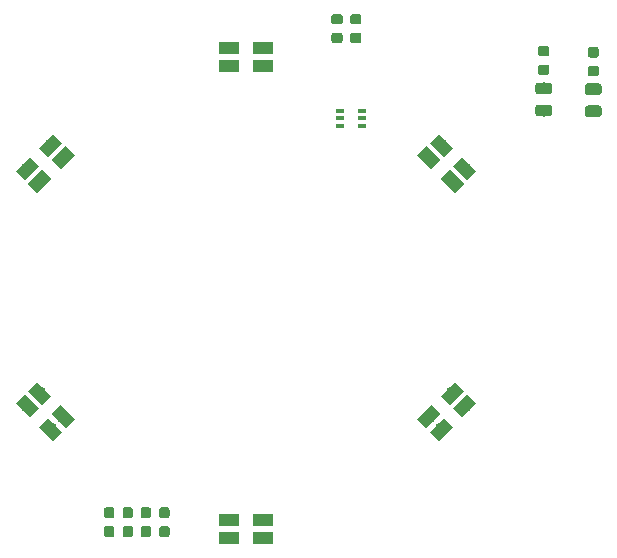
<source format=gtp>
G04 #@! TF.GenerationSoftware,KiCad,Pcbnew,(5.1.0)-1*
G04 #@! TF.CreationDate,2019-03-23T08:59:44+11:00*
G04 #@! TF.ProjectId,VeinCamHat,5665696e-4361-46d4-9861-742e6b696361,rev?*
G04 #@! TF.SameCoordinates,Original*
G04 #@! TF.FileFunction,Paste,Top*
G04 #@! TF.FilePolarity,Positive*
%FSLAX46Y46*%
G04 Gerber Fmt 4.6, Leading zero omitted, Abs format (unit mm)*
G04 Created by KiCad (PCBNEW (5.1.0)-1) date 2019-03-23 08:59:44*
%MOMM*%
%LPD*%
G04 APERTURE LIST*
%ADD10C,1.100000*%
%ADD11C,0.150000*%
%ADD12R,1.700000X1.100000*%
%ADD13R,0.650000X0.400000*%
%ADD14C,0.875000*%
%ADD15C,0.975000*%
G04 APERTURE END LIST*
D10*
X203479720Y-134540381D03*
D11*
G36*
X203691852Y-135530330D02*
G01*
X202489771Y-134328249D01*
X203267588Y-133550432D01*
X204469669Y-134752513D01*
X203691852Y-135530330D01*
X203691852Y-135530330D01*
G37*
D10*
X205459619Y-136520280D03*
D11*
G36*
X205671751Y-137510229D02*
G01*
X204469670Y-136308148D01*
X205247487Y-135530331D01*
X206449568Y-136732412D01*
X205671751Y-137510229D01*
X205671751Y-137510229D01*
G37*
D10*
X204540381Y-133479720D03*
D11*
G36*
X204752513Y-134469669D02*
G01*
X203550432Y-133267588D01*
X204328249Y-132489771D01*
X205530330Y-133691852D01*
X204752513Y-134469669D01*
X204752513Y-134469669D01*
G37*
D10*
X206520280Y-135459619D03*
D11*
G36*
X206732412Y-136449568D02*
G01*
X205530331Y-135247487D01*
X206308148Y-134469670D01*
X207510229Y-135671751D01*
X206732412Y-136449568D01*
X206732412Y-136449568D01*
G37*
D12*
X223400000Y-144249999D03*
X220600000Y-144249999D03*
X223400000Y-145750001D03*
X220600000Y-145750001D03*
D10*
X205459619Y-112479720D03*
D11*
G36*
X206449568Y-112267588D02*
G01*
X205247487Y-113469669D01*
X204469670Y-112691852D01*
X205671751Y-111489771D01*
X206449568Y-112267588D01*
X206449568Y-112267588D01*
G37*
D10*
X203479720Y-114459619D03*
D11*
G36*
X204469669Y-114247487D02*
G01*
X203267588Y-115449568D01*
X202489771Y-114671751D01*
X203691852Y-113469670D01*
X204469669Y-114247487D01*
X204469669Y-114247487D01*
G37*
D10*
X206520280Y-113540381D03*
D11*
G36*
X207510229Y-113328249D02*
G01*
X206308148Y-114530330D01*
X205530331Y-113752513D01*
X206732412Y-112550432D01*
X207510229Y-113328249D01*
X207510229Y-113328249D01*
G37*
D10*
X204540381Y-115520280D03*
D11*
G36*
X205530330Y-115308148D02*
G01*
X204328249Y-116510229D01*
X203550432Y-115732412D01*
X204752513Y-114530331D01*
X205530330Y-115308148D01*
X205530330Y-115308148D01*
G37*
D10*
X238540381Y-136520280D03*
D11*
G36*
X239530330Y-136308148D02*
G01*
X238328249Y-137510229D01*
X237550432Y-136732412D01*
X238752513Y-135530331D01*
X239530330Y-136308148D01*
X239530330Y-136308148D01*
G37*
D10*
X240520280Y-134540381D03*
D11*
G36*
X241510229Y-134328249D02*
G01*
X240308148Y-135530330D01*
X239530331Y-134752513D01*
X240732412Y-133550432D01*
X241510229Y-134328249D01*
X241510229Y-134328249D01*
G37*
D10*
X237479720Y-135459619D03*
D11*
G36*
X238469669Y-135247487D02*
G01*
X237267588Y-136449568D01*
X236489771Y-135671751D01*
X237691852Y-134469670D01*
X238469669Y-135247487D01*
X238469669Y-135247487D01*
G37*
D10*
X239459619Y-133479720D03*
D11*
G36*
X240449568Y-133267588D02*
G01*
X239247487Y-134469669D01*
X238469670Y-133691852D01*
X239671751Y-132489771D01*
X240449568Y-133267588D01*
X240449568Y-133267588D01*
G37*
D13*
X229950000Y-109550000D03*
X229950000Y-110850000D03*
X231850000Y-110200000D03*
X229950000Y-110200000D03*
X231850000Y-110850000D03*
X231850000Y-109550000D03*
D11*
G36*
X247477691Y-105651053D02*
G01*
X247498926Y-105654203D01*
X247519750Y-105659419D01*
X247539962Y-105666651D01*
X247559368Y-105675830D01*
X247577781Y-105686866D01*
X247595024Y-105699654D01*
X247610930Y-105714070D01*
X247625346Y-105729976D01*
X247638134Y-105747219D01*
X247649170Y-105765632D01*
X247658349Y-105785038D01*
X247665581Y-105805250D01*
X247670797Y-105826074D01*
X247673947Y-105847309D01*
X247675000Y-105868750D01*
X247675000Y-106306250D01*
X247673947Y-106327691D01*
X247670797Y-106348926D01*
X247665581Y-106369750D01*
X247658349Y-106389962D01*
X247649170Y-106409368D01*
X247638134Y-106427781D01*
X247625346Y-106445024D01*
X247610930Y-106460930D01*
X247595024Y-106475346D01*
X247577781Y-106488134D01*
X247559368Y-106499170D01*
X247539962Y-106508349D01*
X247519750Y-106515581D01*
X247498926Y-106520797D01*
X247477691Y-106523947D01*
X247456250Y-106525000D01*
X246943750Y-106525000D01*
X246922309Y-106523947D01*
X246901074Y-106520797D01*
X246880250Y-106515581D01*
X246860038Y-106508349D01*
X246840632Y-106499170D01*
X246822219Y-106488134D01*
X246804976Y-106475346D01*
X246789070Y-106460930D01*
X246774654Y-106445024D01*
X246761866Y-106427781D01*
X246750830Y-106409368D01*
X246741651Y-106389962D01*
X246734419Y-106369750D01*
X246729203Y-106348926D01*
X246726053Y-106327691D01*
X246725000Y-106306250D01*
X246725000Y-105868750D01*
X246726053Y-105847309D01*
X246729203Y-105826074D01*
X246734419Y-105805250D01*
X246741651Y-105785038D01*
X246750830Y-105765632D01*
X246761866Y-105747219D01*
X246774654Y-105729976D01*
X246789070Y-105714070D01*
X246804976Y-105699654D01*
X246822219Y-105686866D01*
X246840632Y-105675830D01*
X246860038Y-105666651D01*
X246880250Y-105659419D01*
X246901074Y-105654203D01*
X246922309Y-105651053D01*
X246943750Y-105650000D01*
X247456250Y-105650000D01*
X247477691Y-105651053D01*
X247477691Y-105651053D01*
G37*
D14*
X247200000Y-106087500D03*
D11*
G36*
X247477691Y-104076053D02*
G01*
X247498926Y-104079203D01*
X247519750Y-104084419D01*
X247539962Y-104091651D01*
X247559368Y-104100830D01*
X247577781Y-104111866D01*
X247595024Y-104124654D01*
X247610930Y-104139070D01*
X247625346Y-104154976D01*
X247638134Y-104172219D01*
X247649170Y-104190632D01*
X247658349Y-104210038D01*
X247665581Y-104230250D01*
X247670797Y-104251074D01*
X247673947Y-104272309D01*
X247675000Y-104293750D01*
X247675000Y-104731250D01*
X247673947Y-104752691D01*
X247670797Y-104773926D01*
X247665581Y-104794750D01*
X247658349Y-104814962D01*
X247649170Y-104834368D01*
X247638134Y-104852781D01*
X247625346Y-104870024D01*
X247610930Y-104885930D01*
X247595024Y-104900346D01*
X247577781Y-104913134D01*
X247559368Y-104924170D01*
X247539962Y-104933349D01*
X247519750Y-104940581D01*
X247498926Y-104945797D01*
X247477691Y-104948947D01*
X247456250Y-104950000D01*
X246943750Y-104950000D01*
X246922309Y-104948947D01*
X246901074Y-104945797D01*
X246880250Y-104940581D01*
X246860038Y-104933349D01*
X246840632Y-104924170D01*
X246822219Y-104913134D01*
X246804976Y-104900346D01*
X246789070Y-104885930D01*
X246774654Y-104870024D01*
X246761866Y-104852781D01*
X246750830Y-104834368D01*
X246741651Y-104814962D01*
X246734419Y-104794750D01*
X246729203Y-104773926D01*
X246726053Y-104752691D01*
X246725000Y-104731250D01*
X246725000Y-104293750D01*
X246726053Y-104272309D01*
X246729203Y-104251074D01*
X246734419Y-104230250D01*
X246741651Y-104210038D01*
X246750830Y-104190632D01*
X246761866Y-104172219D01*
X246774654Y-104154976D01*
X246789070Y-104139070D01*
X246804976Y-104124654D01*
X246822219Y-104111866D01*
X246840632Y-104100830D01*
X246860038Y-104091651D01*
X246880250Y-104084419D01*
X246901074Y-104079203D01*
X246922309Y-104076053D01*
X246943750Y-104075000D01*
X247456250Y-104075000D01*
X247477691Y-104076053D01*
X247477691Y-104076053D01*
G37*
D14*
X247200000Y-104512500D03*
D11*
G36*
X251677691Y-104176053D02*
G01*
X251698926Y-104179203D01*
X251719750Y-104184419D01*
X251739962Y-104191651D01*
X251759368Y-104200830D01*
X251777781Y-104211866D01*
X251795024Y-104224654D01*
X251810930Y-104239070D01*
X251825346Y-104254976D01*
X251838134Y-104272219D01*
X251849170Y-104290632D01*
X251858349Y-104310038D01*
X251865581Y-104330250D01*
X251870797Y-104351074D01*
X251873947Y-104372309D01*
X251875000Y-104393750D01*
X251875000Y-104831250D01*
X251873947Y-104852691D01*
X251870797Y-104873926D01*
X251865581Y-104894750D01*
X251858349Y-104914962D01*
X251849170Y-104934368D01*
X251838134Y-104952781D01*
X251825346Y-104970024D01*
X251810930Y-104985930D01*
X251795024Y-105000346D01*
X251777781Y-105013134D01*
X251759368Y-105024170D01*
X251739962Y-105033349D01*
X251719750Y-105040581D01*
X251698926Y-105045797D01*
X251677691Y-105048947D01*
X251656250Y-105050000D01*
X251143750Y-105050000D01*
X251122309Y-105048947D01*
X251101074Y-105045797D01*
X251080250Y-105040581D01*
X251060038Y-105033349D01*
X251040632Y-105024170D01*
X251022219Y-105013134D01*
X251004976Y-105000346D01*
X250989070Y-104985930D01*
X250974654Y-104970024D01*
X250961866Y-104952781D01*
X250950830Y-104934368D01*
X250941651Y-104914962D01*
X250934419Y-104894750D01*
X250929203Y-104873926D01*
X250926053Y-104852691D01*
X250925000Y-104831250D01*
X250925000Y-104393750D01*
X250926053Y-104372309D01*
X250929203Y-104351074D01*
X250934419Y-104330250D01*
X250941651Y-104310038D01*
X250950830Y-104290632D01*
X250961866Y-104272219D01*
X250974654Y-104254976D01*
X250989070Y-104239070D01*
X251004976Y-104224654D01*
X251022219Y-104211866D01*
X251040632Y-104200830D01*
X251060038Y-104191651D01*
X251080250Y-104184419D01*
X251101074Y-104179203D01*
X251122309Y-104176053D01*
X251143750Y-104175000D01*
X251656250Y-104175000D01*
X251677691Y-104176053D01*
X251677691Y-104176053D01*
G37*
D14*
X251400000Y-104612500D03*
D11*
G36*
X251677691Y-105751053D02*
G01*
X251698926Y-105754203D01*
X251719750Y-105759419D01*
X251739962Y-105766651D01*
X251759368Y-105775830D01*
X251777781Y-105786866D01*
X251795024Y-105799654D01*
X251810930Y-105814070D01*
X251825346Y-105829976D01*
X251838134Y-105847219D01*
X251849170Y-105865632D01*
X251858349Y-105885038D01*
X251865581Y-105905250D01*
X251870797Y-105926074D01*
X251873947Y-105947309D01*
X251875000Y-105968750D01*
X251875000Y-106406250D01*
X251873947Y-106427691D01*
X251870797Y-106448926D01*
X251865581Y-106469750D01*
X251858349Y-106489962D01*
X251849170Y-106509368D01*
X251838134Y-106527781D01*
X251825346Y-106545024D01*
X251810930Y-106560930D01*
X251795024Y-106575346D01*
X251777781Y-106588134D01*
X251759368Y-106599170D01*
X251739962Y-106608349D01*
X251719750Y-106615581D01*
X251698926Y-106620797D01*
X251677691Y-106623947D01*
X251656250Y-106625000D01*
X251143750Y-106625000D01*
X251122309Y-106623947D01*
X251101074Y-106620797D01*
X251080250Y-106615581D01*
X251060038Y-106608349D01*
X251040632Y-106599170D01*
X251022219Y-106588134D01*
X251004976Y-106575346D01*
X250989070Y-106560930D01*
X250974654Y-106545024D01*
X250961866Y-106527781D01*
X250950830Y-106509368D01*
X250941651Y-106489962D01*
X250934419Y-106469750D01*
X250929203Y-106448926D01*
X250926053Y-106427691D01*
X250925000Y-106406250D01*
X250925000Y-105968750D01*
X250926053Y-105947309D01*
X250929203Y-105926074D01*
X250934419Y-105905250D01*
X250941651Y-105885038D01*
X250950830Y-105865632D01*
X250961866Y-105847219D01*
X250974654Y-105829976D01*
X250989070Y-105814070D01*
X251004976Y-105799654D01*
X251022219Y-105786866D01*
X251040632Y-105775830D01*
X251060038Y-105766651D01*
X251080250Y-105759419D01*
X251101074Y-105754203D01*
X251122309Y-105751053D01*
X251143750Y-105750000D01*
X251656250Y-105750000D01*
X251677691Y-105751053D01*
X251677691Y-105751053D01*
G37*
D14*
X251400000Y-106187500D03*
D11*
G36*
X212227691Y-144726053D02*
G01*
X212248926Y-144729203D01*
X212269750Y-144734419D01*
X212289962Y-144741651D01*
X212309368Y-144750830D01*
X212327781Y-144761866D01*
X212345024Y-144774654D01*
X212360930Y-144789070D01*
X212375346Y-144804976D01*
X212388134Y-144822219D01*
X212399170Y-144840632D01*
X212408349Y-144860038D01*
X212415581Y-144880250D01*
X212420797Y-144901074D01*
X212423947Y-144922309D01*
X212425000Y-144943750D01*
X212425000Y-145456250D01*
X212423947Y-145477691D01*
X212420797Y-145498926D01*
X212415581Y-145519750D01*
X212408349Y-145539962D01*
X212399170Y-145559368D01*
X212388134Y-145577781D01*
X212375346Y-145595024D01*
X212360930Y-145610930D01*
X212345024Y-145625346D01*
X212327781Y-145638134D01*
X212309368Y-145649170D01*
X212289962Y-145658349D01*
X212269750Y-145665581D01*
X212248926Y-145670797D01*
X212227691Y-145673947D01*
X212206250Y-145675000D01*
X211768750Y-145675000D01*
X211747309Y-145673947D01*
X211726074Y-145670797D01*
X211705250Y-145665581D01*
X211685038Y-145658349D01*
X211665632Y-145649170D01*
X211647219Y-145638134D01*
X211629976Y-145625346D01*
X211614070Y-145610930D01*
X211599654Y-145595024D01*
X211586866Y-145577781D01*
X211575830Y-145559368D01*
X211566651Y-145539962D01*
X211559419Y-145519750D01*
X211554203Y-145498926D01*
X211551053Y-145477691D01*
X211550000Y-145456250D01*
X211550000Y-144943750D01*
X211551053Y-144922309D01*
X211554203Y-144901074D01*
X211559419Y-144880250D01*
X211566651Y-144860038D01*
X211575830Y-144840632D01*
X211586866Y-144822219D01*
X211599654Y-144804976D01*
X211614070Y-144789070D01*
X211629976Y-144774654D01*
X211647219Y-144761866D01*
X211665632Y-144750830D01*
X211685038Y-144741651D01*
X211705250Y-144734419D01*
X211726074Y-144729203D01*
X211747309Y-144726053D01*
X211768750Y-144725000D01*
X212206250Y-144725000D01*
X212227691Y-144726053D01*
X212227691Y-144726053D01*
G37*
D14*
X211987500Y-145200000D03*
D11*
G36*
X210652691Y-144726053D02*
G01*
X210673926Y-144729203D01*
X210694750Y-144734419D01*
X210714962Y-144741651D01*
X210734368Y-144750830D01*
X210752781Y-144761866D01*
X210770024Y-144774654D01*
X210785930Y-144789070D01*
X210800346Y-144804976D01*
X210813134Y-144822219D01*
X210824170Y-144840632D01*
X210833349Y-144860038D01*
X210840581Y-144880250D01*
X210845797Y-144901074D01*
X210848947Y-144922309D01*
X210850000Y-144943750D01*
X210850000Y-145456250D01*
X210848947Y-145477691D01*
X210845797Y-145498926D01*
X210840581Y-145519750D01*
X210833349Y-145539962D01*
X210824170Y-145559368D01*
X210813134Y-145577781D01*
X210800346Y-145595024D01*
X210785930Y-145610930D01*
X210770024Y-145625346D01*
X210752781Y-145638134D01*
X210734368Y-145649170D01*
X210714962Y-145658349D01*
X210694750Y-145665581D01*
X210673926Y-145670797D01*
X210652691Y-145673947D01*
X210631250Y-145675000D01*
X210193750Y-145675000D01*
X210172309Y-145673947D01*
X210151074Y-145670797D01*
X210130250Y-145665581D01*
X210110038Y-145658349D01*
X210090632Y-145649170D01*
X210072219Y-145638134D01*
X210054976Y-145625346D01*
X210039070Y-145610930D01*
X210024654Y-145595024D01*
X210011866Y-145577781D01*
X210000830Y-145559368D01*
X209991651Y-145539962D01*
X209984419Y-145519750D01*
X209979203Y-145498926D01*
X209976053Y-145477691D01*
X209975000Y-145456250D01*
X209975000Y-144943750D01*
X209976053Y-144922309D01*
X209979203Y-144901074D01*
X209984419Y-144880250D01*
X209991651Y-144860038D01*
X210000830Y-144840632D01*
X210011866Y-144822219D01*
X210024654Y-144804976D01*
X210039070Y-144789070D01*
X210054976Y-144774654D01*
X210072219Y-144761866D01*
X210090632Y-144750830D01*
X210110038Y-144741651D01*
X210130250Y-144734419D01*
X210151074Y-144729203D01*
X210172309Y-144726053D01*
X210193750Y-144725000D01*
X210631250Y-144725000D01*
X210652691Y-144726053D01*
X210652691Y-144726053D01*
G37*
D14*
X210412500Y-145200000D03*
D11*
G36*
X210652691Y-143126053D02*
G01*
X210673926Y-143129203D01*
X210694750Y-143134419D01*
X210714962Y-143141651D01*
X210734368Y-143150830D01*
X210752781Y-143161866D01*
X210770024Y-143174654D01*
X210785930Y-143189070D01*
X210800346Y-143204976D01*
X210813134Y-143222219D01*
X210824170Y-143240632D01*
X210833349Y-143260038D01*
X210840581Y-143280250D01*
X210845797Y-143301074D01*
X210848947Y-143322309D01*
X210850000Y-143343750D01*
X210850000Y-143856250D01*
X210848947Y-143877691D01*
X210845797Y-143898926D01*
X210840581Y-143919750D01*
X210833349Y-143939962D01*
X210824170Y-143959368D01*
X210813134Y-143977781D01*
X210800346Y-143995024D01*
X210785930Y-144010930D01*
X210770024Y-144025346D01*
X210752781Y-144038134D01*
X210734368Y-144049170D01*
X210714962Y-144058349D01*
X210694750Y-144065581D01*
X210673926Y-144070797D01*
X210652691Y-144073947D01*
X210631250Y-144075000D01*
X210193750Y-144075000D01*
X210172309Y-144073947D01*
X210151074Y-144070797D01*
X210130250Y-144065581D01*
X210110038Y-144058349D01*
X210090632Y-144049170D01*
X210072219Y-144038134D01*
X210054976Y-144025346D01*
X210039070Y-144010930D01*
X210024654Y-143995024D01*
X210011866Y-143977781D01*
X210000830Y-143959368D01*
X209991651Y-143939962D01*
X209984419Y-143919750D01*
X209979203Y-143898926D01*
X209976053Y-143877691D01*
X209975000Y-143856250D01*
X209975000Y-143343750D01*
X209976053Y-143322309D01*
X209979203Y-143301074D01*
X209984419Y-143280250D01*
X209991651Y-143260038D01*
X210000830Y-143240632D01*
X210011866Y-143222219D01*
X210024654Y-143204976D01*
X210039070Y-143189070D01*
X210054976Y-143174654D01*
X210072219Y-143161866D01*
X210090632Y-143150830D01*
X210110038Y-143141651D01*
X210130250Y-143134419D01*
X210151074Y-143129203D01*
X210172309Y-143126053D01*
X210193750Y-143125000D01*
X210631250Y-143125000D01*
X210652691Y-143126053D01*
X210652691Y-143126053D01*
G37*
D14*
X210412500Y-143600000D03*
D11*
G36*
X212227691Y-143126053D02*
G01*
X212248926Y-143129203D01*
X212269750Y-143134419D01*
X212289962Y-143141651D01*
X212309368Y-143150830D01*
X212327781Y-143161866D01*
X212345024Y-143174654D01*
X212360930Y-143189070D01*
X212375346Y-143204976D01*
X212388134Y-143222219D01*
X212399170Y-143240632D01*
X212408349Y-143260038D01*
X212415581Y-143280250D01*
X212420797Y-143301074D01*
X212423947Y-143322309D01*
X212425000Y-143343750D01*
X212425000Y-143856250D01*
X212423947Y-143877691D01*
X212420797Y-143898926D01*
X212415581Y-143919750D01*
X212408349Y-143939962D01*
X212399170Y-143959368D01*
X212388134Y-143977781D01*
X212375346Y-143995024D01*
X212360930Y-144010930D01*
X212345024Y-144025346D01*
X212327781Y-144038134D01*
X212309368Y-144049170D01*
X212289962Y-144058349D01*
X212269750Y-144065581D01*
X212248926Y-144070797D01*
X212227691Y-144073947D01*
X212206250Y-144075000D01*
X211768750Y-144075000D01*
X211747309Y-144073947D01*
X211726074Y-144070797D01*
X211705250Y-144065581D01*
X211685038Y-144058349D01*
X211665632Y-144049170D01*
X211647219Y-144038134D01*
X211629976Y-144025346D01*
X211614070Y-144010930D01*
X211599654Y-143995024D01*
X211586866Y-143977781D01*
X211575830Y-143959368D01*
X211566651Y-143939962D01*
X211559419Y-143919750D01*
X211554203Y-143898926D01*
X211551053Y-143877691D01*
X211550000Y-143856250D01*
X211550000Y-143343750D01*
X211551053Y-143322309D01*
X211554203Y-143301074D01*
X211559419Y-143280250D01*
X211566651Y-143260038D01*
X211575830Y-143240632D01*
X211586866Y-143222219D01*
X211599654Y-143204976D01*
X211614070Y-143189070D01*
X211629976Y-143174654D01*
X211647219Y-143161866D01*
X211665632Y-143150830D01*
X211685038Y-143141651D01*
X211705250Y-143134419D01*
X211726074Y-143129203D01*
X211747309Y-143126053D01*
X211768750Y-143125000D01*
X212206250Y-143125000D01*
X212227691Y-143126053D01*
X212227691Y-143126053D01*
G37*
D14*
X211987500Y-143600000D03*
D11*
G36*
X213752691Y-144726053D02*
G01*
X213773926Y-144729203D01*
X213794750Y-144734419D01*
X213814962Y-144741651D01*
X213834368Y-144750830D01*
X213852781Y-144761866D01*
X213870024Y-144774654D01*
X213885930Y-144789070D01*
X213900346Y-144804976D01*
X213913134Y-144822219D01*
X213924170Y-144840632D01*
X213933349Y-144860038D01*
X213940581Y-144880250D01*
X213945797Y-144901074D01*
X213948947Y-144922309D01*
X213950000Y-144943750D01*
X213950000Y-145456250D01*
X213948947Y-145477691D01*
X213945797Y-145498926D01*
X213940581Y-145519750D01*
X213933349Y-145539962D01*
X213924170Y-145559368D01*
X213913134Y-145577781D01*
X213900346Y-145595024D01*
X213885930Y-145610930D01*
X213870024Y-145625346D01*
X213852781Y-145638134D01*
X213834368Y-145649170D01*
X213814962Y-145658349D01*
X213794750Y-145665581D01*
X213773926Y-145670797D01*
X213752691Y-145673947D01*
X213731250Y-145675000D01*
X213293750Y-145675000D01*
X213272309Y-145673947D01*
X213251074Y-145670797D01*
X213230250Y-145665581D01*
X213210038Y-145658349D01*
X213190632Y-145649170D01*
X213172219Y-145638134D01*
X213154976Y-145625346D01*
X213139070Y-145610930D01*
X213124654Y-145595024D01*
X213111866Y-145577781D01*
X213100830Y-145559368D01*
X213091651Y-145539962D01*
X213084419Y-145519750D01*
X213079203Y-145498926D01*
X213076053Y-145477691D01*
X213075000Y-145456250D01*
X213075000Y-144943750D01*
X213076053Y-144922309D01*
X213079203Y-144901074D01*
X213084419Y-144880250D01*
X213091651Y-144860038D01*
X213100830Y-144840632D01*
X213111866Y-144822219D01*
X213124654Y-144804976D01*
X213139070Y-144789070D01*
X213154976Y-144774654D01*
X213172219Y-144761866D01*
X213190632Y-144750830D01*
X213210038Y-144741651D01*
X213230250Y-144734419D01*
X213251074Y-144729203D01*
X213272309Y-144726053D01*
X213293750Y-144725000D01*
X213731250Y-144725000D01*
X213752691Y-144726053D01*
X213752691Y-144726053D01*
G37*
D14*
X213512500Y-145200000D03*
D11*
G36*
X215327691Y-144726053D02*
G01*
X215348926Y-144729203D01*
X215369750Y-144734419D01*
X215389962Y-144741651D01*
X215409368Y-144750830D01*
X215427781Y-144761866D01*
X215445024Y-144774654D01*
X215460930Y-144789070D01*
X215475346Y-144804976D01*
X215488134Y-144822219D01*
X215499170Y-144840632D01*
X215508349Y-144860038D01*
X215515581Y-144880250D01*
X215520797Y-144901074D01*
X215523947Y-144922309D01*
X215525000Y-144943750D01*
X215525000Y-145456250D01*
X215523947Y-145477691D01*
X215520797Y-145498926D01*
X215515581Y-145519750D01*
X215508349Y-145539962D01*
X215499170Y-145559368D01*
X215488134Y-145577781D01*
X215475346Y-145595024D01*
X215460930Y-145610930D01*
X215445024Y-145625346D01*
X215427781Y-145638134D01*
X215409368Y-145649170D01*
X215389962Y-145658349D01*
X215369750Y-145665581D01*
X215348926Y-145670797D01*
X215327691Y-145673947D01*
X215306250Y-145675000D01*
X214868750Y-145675000D01*
X214847309Y-145673947D01*
X214826074Y-145670797D01*
X214805250Y-145665581D01*
X214785038Y-145658349D01*
X214765632Y-145649170D01*
X214747219Y-145638134D01*
X214729976Y-145625346D01*
X214714070Y-145610930D01*
X214699654Y-145595024D01*
X214686866Y-145577781D01*
X214675830Y-145559368D01*
X214666651Y-145539962D01*
X214659419Y-145519750D01*
X214654203Y-145498926D01*
X214651053Y-145477691D01*
X214650000Y-145456250D01*
X214650000Y-144943750D01*
X214651053Y-144922309D01*
X214654203Y-144901074D01*
X214659419Y-144880250D01*
X214666651Y-144860038D01*
X214675830Y-144840632D01*
X214686866Y-144822219D01*
X214699654Y-144804976D01*
X214714070Y-144789070D01*
X214729976Y-144774654D01*
X214747219Y-144761866D01*
X214765632Y-144750830D01*
X214785038Y-144741651D01*
X214805250Y-144734419D01*
X214826074Y-144729203D01*
X214847309Y-144726053D01*
X214868750Y-144725000D01*
X215306250Y-144725000D01*
X215327691Y-144726053D01*
X215327691Y-144726053D01*
G37*
D14*
X215087500Y-145200000D03*
D11*
G36*
X215327691Y-143126053D02*
G01*
X215348926Y-143129203D01*
X215369750Y-143134419D01*
X215389962Y-143141651D01*
X215409368Y-143150830D01*
X215427781Y-143161866D01*
X215445024Y-143174654D01*
X215460930Y-143189070D01*
X215475346Y-143204976D01*
X215488134Y-143222219D01*
X215499170Y-143240632D01*
X215508349Y-143260038D01*
X215515581Y-143280250D01*
X215520797Y-143301074D01*
X215523947Y-143322309D01*
X215525000Y-143343750D01*
X215525000Y-143856250D01*
X215523947Y-143877691D01*
X215520797Y-143898926D01*
X215515581Y-143919750D01*
X215508349Y-143939962D01*
X215499170Y-143959368D01*
X215488134Y-143977781D01*
X215475346Y-143995024D01*
X215460930Y-144010930D01*
X215445024Y-144025346D01*
X215427781Y-144038134D01*
X215409368Y-144049170D01*
X215389962Y-144058349D01*
X215369750Y-144065581D01*
X215348926Y-144070797D01*
X215327691Y-144073947D01*
X215306250Y-144075000D01*
X214868750Y-144075000D01*
X214847309Y-144073947D01*
X214826074Y-144070797D01*
X214805250Y-144065581D01*
X214785038Y-144058349D01*
X214765632Y-144049170D01*
X214747219Y-144038134D01*
X214729976Y-144025346D01*
X214714070Y-144010930D01*
X214699654Y-143995024D01*
X214686866Y-143977781D01*
X214675830Y-143959368D01*
X214666651Y-143939962D01*
X214659419Y-143919750D01*
X214654203Y-143898926D01*
X214651053Y-143877691D01*
X214650000Y-143856250D01*
X214650000Y-143343750D01*
X214651053Y-143322309D01*
X214654203Y-143301074D01*
X214659419Y-143280250D01*
X214666651Y-143260038D01*
X214675830Y-143240632D01*
X214686866Y-143222219D01*
X214699654Y-143204976D01*
X214714070Y-143189070D01*
X214729976Y-143174654D01*
X214747219Y-143161866D01*
X214765632Y-143150830D01*
X214785038Y-143141651D01*
X214805250Y-143134419D01*
X214826074Y-143129203D01*
X214847309Y-143126053D01*
X214868750Y-143125000D01*
X215306250Y-143125000D01*
X215327691Y-143126053D01*
X215327691Y-143126053D01*
G37*
D14*
X215087500Y-143600000D03*
D11*
G36*
X213752691Y-143126053D02*
G01*
X213773926Y-143129203D01*
X213794750Y-143134419D01*
X213814962Y-143141651D01*
X213834368Y-143150830D01*
X213852781Y-143161866D01*
X213870024Y-143174654D01*
X213885930Y-143189070D01*
X213900346Y-143204976D01*
X213913134Y-143222219D01*
X213924170Y-143240632D01*
X213933349Y-143260038D01*
X213940581Y-143280250D01*
X213945797Y-143301074D01*
X213948947Y-143322309D01*
X213950000Y-143343750D01*
X213950000Y-143856250D01*
X213948947Y-143877691D01*
X213945797Y-143898926D01*
X213940581Y-143919750D01*
X213933349Y-143939962D01*
X213924170Y-143959368D01*
X213913134Y-143977781D01*
X213900346Y-143995024D01*
X213885930Y-144010930D01*
X213870024Y-144025346D01*
X213852781Y-144038134D01*
X213834368Y-144049170D01*
X213814962Y-144058349D01*
X213794750Y-144065581D01*
X213773926Y-144070797D01*
X213752691Y-144073947D01*
X213731250Y-144075000D01*
X213293750Y-144075000D01*
X213272309Y-144073947D01*
X213251074Y-144070797D01*
X213230250Y-144065581D01*
X213210038Y-144058349D01*
X213190632Y-144049170D01*
X213172219Y-144038134D01*
X213154976Y-144025346D01*
X213139070Y-144010930D01*
X213124654Y-143995024D01*
X213111866Y-143977781D01*
X213100830Y-143959368D01*
X213091651Y-143939962D01*
X213084419Y-143919750D01*
X213079203Y-143898926D01*
X213076053Y-143877691D01*
X213075000Y-143856250D01*
X213075000Y-143343750D01*
X213076053Y-143322309D01*
X213079203Y-143301074D01*
X213084419Y-143280250D01*
X213091651Y-143260038D01*
X213100830Y-143240632D01*
X213111866Y-143222219D01*
X213124654Y-143204976D01*
X213139070Y-143189070D01*
X213154976Y-143174654D01*
X213172219Y-143161866D01*
X213190632Y-143150830D01*
X213210038Y-143141651D01*
X213230250Y-143134419D01*
X213251074Y-143129203D01*
X213272309Y-143126053D01*
X213293750Y-143125000D01*
X213731250Y-143125000D01*
X213752691Y-143126053D01*
X213752691Y-143126053D01*
G37*
D14*
X213512500Y-143600000D03*
D11*
G36*
X231577691Y-101376053D02*
G01*
X231598926Y-101379203D01*
X231619750Y-101384419D01*
X231639962Y-101391651D01*
X231659368Y-101400830D01*
X231677781Y-101411866D01*
X231695024Y-101424654D01*
X231710930Y-101439070D01*
X231725346Y-101454976D01*
X231738134Y-101472219D01*
X231749170Y-101490632D01*
X231758349Y-101510038D01*
X231765581Y-101530250D01*
X231770797Y-101551074D01*
X231773947Y-101572309D01*
X231775000Y-101593750D01*
X231775000Y-102031250D01*
X231773947Y-102052691D01*
X231770797Y-102073926D01*
X231765581Y-102094750D01*
X231758349Y-102114962D01*
X231749170Y-102134368D01*
X231738134Y-102152781D01*
X231725346Y-102170024D01*
X231710930Y-102185930D01*
X231695024Y-102200346D01*
X231677781Y-102213134D01*
X231659368Y-102224170D01*
X231639962Y-102233349D01*
X231619750Y-102240581D01*
X231598926Y-102245797D01*
X231577691Y-102248947D01*
X231556250Y-102250000D01*
X231043750Y-102250000D01*
X231022309Y-102248947D01*
X231001074Y-102245797D01*
X230980250Y-102240581D01*
X230960038Y-102233349D01*
X230940632Y-102224170D01*
X230922219Y-102213134D01*
X230904976Y-102200346D01*
X230889070Y-102185930D01*
X230874654Y-102170024D01*
X230861866Y-102152781D01*
X230850830Y-102134368D01*
X230841651Y-102114962D01*
X230834419Y-102094750D01*
X230829203Y-102073926D01*
X230826053Y-102052691D01*
X230825000Y-102031250D01*
X230825000Y-101593750D01*
X230826053Y-101572309D01*
X230829203Y-101551074D01*
X230834419Y-101530250D01*
X230841651Y-101510038D01*
X230850830Y-101490632D01*
X230861866Y-101472219D01*
X230874654Y-101454976D01*
X230889070Y-101439070D01*
X230904976Y-101424654D01*
X230922219Y-101411866D01*
X230940632Y-101400830D01*
X230960038Y-101391651D01*
X230980250Y-101384419D01*
X231001074Y-101379203D01*
X231022309Y-101376053D01*
X231043750Y-101375000D01*
X231556250Y-101375000D01*
X231577691Y-101376053D01*
X231577691Y-101376053D01*
G37*
D14*
X231300000Y-101812500D03*
D11*
G36*
X231577691Y-102951053D02*
G01*
X231598926Y-102954203D01*
X231619750Y-102959419D01*
X231639962Y-102966651D01*
X231659368Y-102975830D01*
X231677781Y-102986866D01*
X231695024Y-102999654D01*
X231710930Y-103014070D01*
X231725346Y-103029976D01*
X231738134Y-103047219D01*
X231749170Y-103065632D01*
X231758349Y-103085038D01*
X231765581Y-103105250D01*
X231770797Y-103126074D01*
X231773947Y-103147309D01*
X231775000Y-103168750D01*
X231775000Y-103606250D01*
X231773947Y-103627691D01*
X231770797Y-103648926D01*
X231765581Y-103669750D01*
X231758349Y-103689962D01*
X231749170Y-103709368D01*
X231738134Y-103727781D01*
X231725346Y-103745024D01*
X231710930Y-103760930D01*
X231695024Y-103775346D01*
X231677781Y-103788134D01*
X231659368Y-103799170D01*
X231639962Y-103808349D01*
X231619750Y-103815581D01*
X231598926Y-103820797D01*
X231577691Y-103823947D01*
X231556250Y-103825000D01*
X231043750Y-103825000D01*
X231022309Y-103823947D01*
X231001074Y-103820797D01*
X230980250Y-103815581D01*
X230960038Y-103808349D01*
X230940632Y-103799170D01*
X230922219Y-103788134D01*
X230904976Y-103775346D01*
X230889070Y-103760930D01*
X230874654Y-103745024D01*
X230861866Y-103727781D01*
X230850830Y-103709368D01*
X230841651Y-103689962D01*
X230834419Y-103669750D01*
X230829203Y-103648926D01*
X230826053Y-103627691D01*
X230825000Y-103606250D01*
X230825000Y-103168750D01*
X230826053Y-103147309D01*
X230829203Y-103126074D01*
X230834419Y-103105250D01*
X230841651Y-103085038D01*
X230850830Y-103065632D01*
X230861866Y-103047219D01*
X230874654Y-103029976D01*
X230889070Y-103014070D01*
X230904976Y-102999654D01*
X230922219Y-102986866D01*
X230940632Y-102975830D01*
X230960038Y-102966651D01*
X230980250Y-102959419D01*
X231001074Y-102954203D01*
X231022309Y-102951053D01*
X231043750Y-102950000D01*
X231556250Y-102950000D01*
X231577691Y-102951053D01*
X231577691Y-102951053D01*
G37*
D14*
X231300000Y-103387500D03*
D11*
G36*
X247680142Y-107176174D02*
G01*
X247703803Y-107179684D01*
X247727007Y-107185496D01*
X247749529Y-107193554D01*
X247771153Y-107203782D01*
X247791670Y-107216079D01*
X247810883Y-107230329D01*
X247828607Y-107246393D01*
X247844671Y-107264117D01*
X247858921Y-107283330D01*
X247871218Y-107303847D01*
X247881446Y-107325471D01*
X247889504Y-107347993D01*
X247895316Y-107371197D01*
X247898826Y-107394858D01*
X247900000Y-107418750D01*
X247900000Y-107906250D01*
X247898826Y-107930142D01*
X247895316Y-107953803D01*
X247889504Y-107977007D01*
X247881446Y-107999529D01*
X247871218Y-108021153D01*
X247858921Y-108041670D01*
X247844671Y-108060883D01*
X247828607Y-108078607D01*
X247810883Y-108094671D01*
X247791670Y-108108921D01*
X247771153Y-108121218D01*
X247749529Y-108131446D01*
X247727007Y-108139504D01*
X247703803Y-108145316D01*
X247680142Y-108148826D01*
X247656250Y-108150000D01*
X246743750Y-108150000D01*
X246719858Y-108148826D01*
X246696197Y-108145316D01*
X246672993Y-108139504D01*
X246650471Y-108131446D01*
X246628847Y-108121218D01*
X246608330Y-108108921D01*
X246589117Y-108094671D01*
X246571393Y-108078607D01*
X246555329Y-108060883D01*
X246541079Y-108041670D01*
X246528782Y-108021153D01*
X246518554Y-107999529D01*
X246510496Y-107977007D01*
X246504684Y-107953803D01*
X246501174Y-107930142D01*
X246500000Y-107906250D01*
X246500000Y-107418750D01*
X246501174Y-107394858D01*
X246504684Y-107371197D01*
X246510496Y-107347993D01*
X246518554Y-107325471D01*
X246528782Y-107303847D01*
X246541079Y-107283330D01*
X246555329Y-107264117D01*
X246571393Y-107246393D01*
X246589117Y-107230329D01*
X246608330Y-107216079D01*
X246628847Y-107203782D01*
X246650471Y-107193554D01*
X246672993Y-107185496D01*
X246696197Y-107179684D01*
X246719858Y-107176174D01*
X246743750Y-107175000D01*
X247656250Y-107175000D01*
X247680142Y-107176174D01*
X247680142Y-107176174D01*
G37*
D15*
X247200000Y-107662500D03*
D11*
G36*
X247680142Y-109051174D02*
G01*
X247703803Y-109054684D01*
X247727007Y-109060496D01*
X247749529Y-109068554D01*
X247771153Y-109078782D01*
X247791670Y-109091079D01*
X247810883Y-109105329D01*
X247828607Y-109121393D01*
X247844671Y-109139117D01*
X247858921Y-109158330D01*
X247871218Y-109178847D01*
X247881446Y-109200471D01*
X247889504Y-109222993D01*
X247895316Y-109246197D01*
X247898826Y-109269858D01*
X247900000Y-109293750D01*
X247900000Y-109781250D01*
X247898826Y-109805142D01*
X247895316Y-109828803D01*
X247889504Y-109852007D01*
X247881446Y-109874529D01*
X247871218Y-109896153D01*
X247858921Y-109916670D01*
X247844671Y-109935883D01*
X247828607Y-109953607D01*
X247810883Y-109969671D01*
X247791670Y-109983921D01*
X247771153Y-109996218D01*
X247749529Y-110006446D01*
X247727007Y-110014504D01*
X247703803Y-110020316D01*
X247680142Y-110023826D01*
X247656250Y-110025000D01*
X246743750Y-110025000D01*
X246719858Y-110023826D01*
X246696197Y-110020316D01*
X246672993Y-110014504D01*
X246650471Y-110006446D01*
X246628847Y-109996218D01*
X246608330Y-109983921D01*
X246589117Y-109969671D01*
X246571393Y-109953607D01*
X246555329Y-109935883D01*
X246541079Y-109916670D01*
X246528782Y-109896153D01*
X246518554Y-109874529D01*
X246510496Y-109852007D01*
X246504684Y-109828803D01*
X246501174Y-109805142D01*
X246500000Y-109781250D01*
X246500000Y-109293750D01*
X246501174Y-109269858D01*
X246504684Y-109246197D01*
X246510496Y-109222993D01*
X246518554Y-109200471D01*
X246528782Y-109178847D01*
X246541079Y-109158330D01*
X246555329Y-109139117D01*
X246571393Y-109121393D01*
X246589117Y-109105329D01*
X246608330Y-109091079D01*
X246628847Y-109078782D01*
X246650471Y-109068554D01*
X246672993Y-109060496D01*
X246696197Y-109054684D01*
X246719858Y-109051174D01*
X246743750Y-109050000D01*
X247656250Y-109050000D01*
X247680142Y-109051174D01*
X247680142Y-109051174D01*
G37*
D15*
X247200000Y-109537500D03*
D11*
G36*
X251880142Y-109113674D02*
G01*
X251903803Y-109117184D01*
X251927007Y-109122996D01*
X251949529Y-109131054D01*
X251971153Y-109141282D01*
X251991670Y-109153579D01*
X252010883Y-109167829D01*
X252028607Y-109183893D01*
X252044671Y-109201617D01*
X252058921Y-109220830D01*
X252071218Y-109241347D01*
X252081446Y-109262971D01*
X252089504Y-109285493D01*
X252095316Y-109308697D01*
X252098826Y-109332358D01*
X252100000Y-109356250D01*
X252100000Y-109843750D01*
X252098826Y-109867642D01*
X252095316Y-109891303D01*
X252089504Y-109914507D01*
X252081446Y-109937029D01*
X252071218Y-109958653D01*
X252058921Y-109979170D01*
X252044671Y-109998383D01*
X252028607Y-110016107D01*
X252010883Y-110032171D01*
X251991670Y-110046421D01*
X251971153Y-110058718D01*
X251949529Y-110068946D01*
X251927007Y-110077004D01*
X251903803Y-110082816D01*
X251880142Y-110086326D01*
X251856250Y-110087500D01*
X250943750Y-110087500D01*
X250919858Y-110086326D01*
X250896197Y-110082816D01*
X250872993Y-110077004D01*
X250850471Y-110068946D01*
X250828847Y-110058718D01*
X250808330Y-110046421D01*
X250789117Y-110032171D01*
X250771393Y-110016107D01*
X250755329Y-109998383D01*
X250741079Y-109979170D01*
X250728782Y-109958653D01*
X250718554Y-109937029D01*
X250710496Y-109914507D01*
X250704684Y-109891303D01*
X250701174Y-109867642D01*
X250700000Y-109843750D01*
X250700000Y-109356250D01*
X250701174Y-109332358D01*
X250704684Y-109308697D01*
X250710496Y-109285493D01*
X250718554Y-109262971D01*
X250728782Y-109241347D01*
X250741079Y-109220830D01*
X250755329Y-109201617D01*
X250771393Y-109183893D01*
X250789117Y-109167829D01*
X250808330Y-109153579D01*
X250828847Y-109141282D01*
X250850471Y-109131054D01*
X250872993Y-109122996D01*
X250896197Y-109117184D01*
X250919858Y-109113674D01*
X250943750Y-109112500D01*
X251856250Y-109112500D01*
X251880142Y-109113674D01*
X251880142Y-109113674D01*
G37*
D15*
X251400000Y-109600000D03*
D11*
G36*
X251880142Y-107238674D02*
G01*
X251903803Y-107242184D01*
X251927007Y-107247996D01*
X251949529Y-107256054D01*
X251971153Y-107266282D01*
X251991670Y-107278579D01*
X252010883Y-107292829D01*
X252028607Y-107308893D01*
X252044671Y-107326617D01*
X252058921Y-107345830D01*
X252071218Y-107366347D01*
X252081446Y-107387971D01*
X252089504Y-107410493D01*
X252095316Y-107433697D01*
X252098826Y-107457358D01*
X252100000Y-107481250D01*
X252100000Y-107968750D01*
X252098826Y-107992642D01*
X252095316Y-108016303D01*
X252089504Y-108039507D01*
X252081446Y-108062029D01*
X252071218Y-108083653D01*
X252058921Y-108104170D01*
X252044671Y-108123383D01*
X252028607Y-108141107D01*
X252010883Y-108157171D01*
X251991670Y-108171421D01*
X251971153Y-108183718D01*
X251949529Y-108193946D01*
X251927007Y-108202004D01*
X251903803Y-108207816D01*
X251880142Y-108211326D01*
X251856250Y-108212500D01*
X250943750Y-108212500D01*
X250919858Y-108211326D01*
X250896197Y-108207816D01*
X250872993Y-108202004D01*
X250850471Y-108193946D01*
X250828847Y-108183718D01*
X250808330Y-108171421D01*
X250789117Y-108157171D01*
X250771393Y-108141107D01*
X250755329Y-108123383D01*
X250741079Y-108104170D01*
X250728782Y-108083653D01*
X250718554Y-108062029D01*
X250710496Y-108039507D01*
X250704684Y-108016303D01*
X250701174Y-107992642D01*
X250700000Y-107968750D01*
X250700000Y-107481250D01*
X250701174Y-107457358D01*
X250704684Y-107433697D01*
X250710496Y-107410493D01*
X250718554Y-107387971D01*
X250728782Y-107366347D01*
X250741079Y-107345830D01*
X250755329Y-107326617D01*
X250771393Y-107308893D01*
X250789117Y-107292829D01*
X250808330Y-107278579D01*
X250828847Y-107266282D01*
X250850471Y-107256054D01*
X250872993Y-107247996D01*
X250896197Y-107242184D01*
X250919858Y-107238674D01*
X250943750Y-107237500D01*
X251856250Y-107237500D01*
X251880142Y-107238674D01*
X251880142Y-107238674D01*
G37*
D15*
X251400000Y-107725000D03*
D12*
X223400000Y-104250000D03*
X220600000Y-104250000D03*
X223400000Y-105750000D03*
X220600000Y-105750000D03*
D10*
X240520280Y-114459619D03*
D11*
G36*
X240732412Y-115449568D02*
G01*
X239530331Y-114247487D01*
X240308148Y-113469670D01*
X241510229Y-114671751D01*
X240732412Y-115449568D01*
X240732412Y-115449568D01*
G37*
D10*
X238540381Y-112479720D03*
D11*
G36*
X238752513Y-113469669D02*
G01*
X237550432Y-112267588D01*
X238328249Y-111489771D01*
X239530330Y-112691852D01*
X238752513Y-113469669D01*
X238752513Y-113469669D01*
G37*
D10*
X239459619Y-115520280D03*
D11*
G36*
X239671751Y-116510229D02*
G01*
X238469670Y-115308148D01*
X239247487Y-114530331D01*
X240449568Y-115732412D01*
X239671751Y-116510229D01*
X239671751Y-116510229D01*
G37*
D10*
X237479720Y-113540381D03*
D11*
G36*
X237691852Y-114530330D02*
G01*
X236489771Y-113328249D01*
X237267588Y-112550432D01*
X238469669Y-113752513D01*
X237691852Y-114530330D01*
X237691852Y-114530330D01*
G37*
G36*
X229977691Y-102951053D02*
G01*
X229998926Y-102954203D01*
X230019750Y-102959419D01*
X230039962Y-102966651D01*
X230059368Y-102975830D01*
X230077781Y-102986866D01*
X230095024Y-102999654D01*
X230110930Y-103014070D01*
X230125346Y-103029976D01*
X230138134Y-103047219D01*
X230149170Y-103065632D01*
X230158349Y-103085038D01*
X230165581Y-103105250D01*
X230170797Y-103126074D01*
X230173947Y-103147309D01*
X230175000Y-103168750D01*
X230175000Y-103606250D01*
X230173947Y-103627691D01*
X230170797Y-103648926D01*
X230165581Y-103669750D01*
X230158349Y-103689962D01*
X230149170Y-103709368D01*
X230138134Y-103727781D01*
X230125346Y-103745024D01*
X230110930Y-103760930D01*
X230095024Y-103775346D01*
X230077781Y-103788134D01*
X230059368Y-103799170D01*
X230039962Y-103808349D01*
X230019750Y-103815581D01*
X229998926Y-103820797D01*
X229977691Y-103823947D01*
X229956250Y-103825000D01*
X229443750Y-103825000D01*
X229422309Y-103823947D01*
X229401074Y-103820797D01*
X229380250Y-103815581D01*
X229360038Y-103808349D01*
X229340632Y-103799170D01*
X229322219Y-103788134D01*
X229304976Y-103775346D01*
X229289070Y-103760930D01*
X229274654Y-103745024D01*
X229261866Y-103727781D01*
X229250830Y-103709368D01*
X229241651Y-103689962D01*
X229234419Y-103669750D01*
X229229203Y-103648926D01*
X229226053Y-103627691D01*
X229225000Y-103606250D01*
X229225000Y-103168750D01*
X229226053Y-103147309D01*
X229229203Y-103126074D01*
X229234419Y-103105250D01*
X229241651Y-103085038D01*
X229250830Y-103065632D01*
X229261866Y-103047219D01*
X229274654Y-103029976D01*
X229289070Y-103014070D01*
X229304976Y-102999654D01*
X229322219Y-102986866D01*
X229340632Y-102975830D01*
X229360038Y-102966651D01*
X229380250Y-102959419D01*
X229401074Y-102954203D01*
X229422309Y-102951053D01*
X229443750Y-102950000D01*
X229956250Y-102950000D01*
X229977691Y-102951053D01*
X229977691Y-102951053D01*
G37*
D14*
X229700000Y-103387500D03*
D11*
G36*
X229977691Y-101376053D02*
G01*
X229998926Y-101379203D01*
X230019750Y-101384419D01*
X230039962Y-101391651D01*
X230059368Y-101400830D01*
X230077781Y-101411866D01*
X230095024Y-101424654D01*
X230110930Y-101439070D01*
X230125346Y-101454976D01*
X230138134Y-101472219D01*
X230149170Y-101490632D01*
X230158349Y-101510038D01*
X230165581Y-101530250D01*
X230170797Y-101551074D01*
X230173947Y-101572309D01*
X230175000Y-101593750D01*
X230175000Y-102031250D01*
X230173947Y-102052691D01*
X230170797Y-102073926D01*
X230165581Y-102094750D01*
X230158349Y-102114962D01*
X230149170Y-102134368D01*
X230138134Y-102152781D01*
X230125346Y-102170024D01*
X230110930Y-102185930D01*
X230095024Y-102200346D01*
X230077781Y-102213134D01*
X230059368Y-102224170D01*
X230039962Y-102233349D01*
X230019750Y-102240581D01*
X229998926Y-102245797D01*
X229977691Y-102248947D01*
X229956250Y-102250000D01*
X229443750Y-102250000D01*
X229422309Y-102248947D01*
X229401074Y-102245797D01*
X229380250Y-102240581D01*
X229360038Y-102233349D01*
X229340632Y-102224170D01*
X229322219Y-102213134D01*
X229304976Y-102200346D01*
X229289070Y-102185930D01*
X229274654Y-102170024D01*
X229261866Y-102152781D01*
X229250830Y-102134368D01*
X229241651Y-102114962D01*
X229234419Y-102094750D01*
X229229203Y-102073926D01*
X229226053Y-102052691D01*
X229225000Y-102031250D01*
X229225000Y-101593750D01*
X229226053Y-101572309D01*
X229229203Y-101551074D01*
X229234419Y-101530250D01*
X229241651Y-101510038D01*
X229250830Y-101490632D01*
X229261866Y-101472219D01*
X229274654Y-101454976D01*
X229289070Y-101439070D01*
X229304976Y-101424654D01*
X229322219Y-101411866D01*
X229340632Y-101400830D01*
X229360038Y-101391651D01*
X229380250Y-101384419D01*
X229401074Y-101379203D01*
X229422309Y-101376053D01*
X229443750Y-101375000D01*
X229956250Y-101375000D01*
X229977691Y-101376053D01*
X229977691Y-101376053D01*
G37*
D14*
X229700000Y-101812500D03*
M02*

</source>
